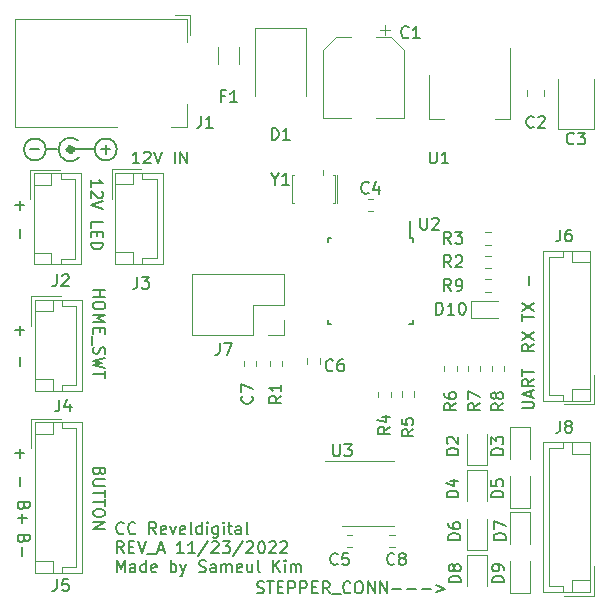
<source format=gbr>
%TF.GenerationSoftware,KiCad,Pcbnew,6.0.8-f2edbf62ab~116~ubuntu20.04.1*%
%TF.CreationDate,2022-11-29T14:24:58-06:00*%
%TF.ProjectId,glasses-display,676c6173-7365-4732-9d64-6973706c6179,rev?*%
%TF.SameCoordinates,Original*%
%TF.FileFunction,Legend,Top*%
%TF.FilePolarity,Positive*%
%FSLAX46Y46*%
G04 Gerber Fmt 4.6, Leading zero omitted, Abs format (unit mm)*
G04 Created by KiCad (PCBNEW 6.0.8-f2edbf62ab~116~ubuntu20.04.1) date 2022-11-29 14:24:58*
%MOMM*%
%LPD*%
G01*
G04 APERTURE LIST*
%ADD10C,0.150000*%
%ADD11C,0.120000*%
%ADD12C,0.500000*%
G04 APERTURE END LIST*
D10*
X51071428Y-94652380D02*
X51023809Y-94795238D01*
X50976190Y-94842857D01*
X50880952Y-94890476D01*
X50738095Y-94890476D01*
X50642857Y-94842857D01*
X50595238Y-94795238D01*
X50547619Y-94700000D01*
X50547619Y-94319047D01*
X51547619Y-94319047D01*
X51547619Y-94652380D01*
X51500000Y-94747619D01*
X51452380Y-94795238D01*
X51357142Y-94842857D01*
X51261904Y-94842857D01*
X51166666Y-94795238D01*
X51119047Y-94747619D01*
X51071428Y-94652380D01*
X51071428Y-94319047D01*
X50928571Y-95319047D02*
X50928571Y-96080952D01*
X50728571Y-66019047D02*
X50728571Y-66780952D01*
X50347619Y-66400000D02*
X51109523Y-66400000D01*
X94252380Y-78166666D02*
X93776190Y-78500000D01*
X94252380Y-78738095D02*
X93252380Y-78738095D01*
X93252380Y-78357142D01*
X93300000Y-78261904D01*
X93347619Y-78214285D01*
X93442857Y-78166666D01*
X93585714Y-78166666D01*
X93680952Y-78214285D01*
X93728571Y-78261904D01*
X93776190Y-78357142D01*
X93776190Y-78738095D01*
X93252380Y-77833333D02*
X94252380Y-77166666D01*
X93252380Y-77166666D02*
X94252380Y-77833333D01*
X50728571Y-79219047D02*
X50728571Y-79980952D01*
X50728571Y-89419047D02*
X50728571Y-90180952D01*
X51619047Y-61671428D02*
X52380952Y-61671428D01*
X57619047Y-61671428D02*
X58380952Y-61671428D01*
X58000000Y-62052380D02*
X58000000Y-61290476D01*
X50728571Y-68419047D02*
X50728571Y-69180952D01*
X57471428Y-88938095D02*
X57423809Y-89080952D01*
X57376190Y-89128571D01*
X57280952Y-89176190D01*
X57138095Y-89176190D01*
X57042857Y-89128571D01*
X56995238Y-89080952D01*
X56947619Y-88985714D01*
X56947619Y-88604761D01*
X57947619Y-88604761D01*
X57947619Y-88938095D01*
X57900000Y-89033333D01*
X57852380Y-89080952D01*
X57757142Y-89128571D01*
X57661904Y-89128571D01*
X57566666Y-89080952D01*
X57519047Y-89033333D01*
X57471428Y-88938095D01*
X57471428Y-88604761D01*
X57947619Y-89604761D02*
X57138095Y-89604761D01*
X57042857Y-89652380D01*
X56995238Y-89700000D01*
X56947619Y-89795238D01*
X56947619Y-89985714D01*
X56995238Y-90080952D01*
X57042857Y-90128571D01*
X57138095Y-90176190D01*
X57947619Y-90176190D01*
X57947619Y-90509523D02*
X57947619Y-91080952D01*
X56947619Y-90795238D02*
X57947619Y-90795238D01*
X57947619Y-91271428D02*
X57947619Y-91842857D01*
X56947619Y-91557142D02*
X57947619Y-91557142D01*
X57947619Y-92366666D02*
X57947619Y-92557142D01*
X57900000Y-92652380D01*
X57804761Y-92747619D01*
X57614285Y-92795238D01*
X57280952Y-92795238D01*
X57090476Y-92747619D01*
X56995238Y-92652380D01*
X56947619Y-92557142D01*
X56947619Y-92366666D01*
X56995238Y-92271428D01*
X57090476Y-92176190D01*
X57280952Y-92128571D01*
X57614285Y-92128571D01*
X57804761Y-92176190D01*
X57900000Y-92271428D01*
X57947619Y-92366666D01*
X56947619Y-93223809D02*
X57947619Y-93223809D01*
X56947619Y-93795238D01*
X57947619Y-93795238D01*
X50728571Y-87019047D02*
X50728571Y-87780952D01*
X50347619Y-87400000D02*
X51109523Y-87400000D01*
X70800000Y-99204761D02*
X70942857Y-99252380D01*
X71180952Y-99252380D01*
X71276190Y-99204761D01*
X71323809Y-99157142D01*
X71371428Y-99061904D01*
X71371428Y-98966666D01*
X71323809Y-98871428D01*
X71276190Y-98823809D01*
X71180952Y-98776190D01*
X70990476Y-98728571D01*
X70895238Y-98680952D01*
X70847619Y-98633333D01*
X70800000Y-98538095D01*
X70800000Y-98442857D01*
X70847619Y-98347619D01*
X70895238Y-98300000D01*
X70990476Y-98252380D01*
X71228571Y-98252380D01*
X71371428Y-98300000D01*
X71657142Y-98252380D02*
X72228571Y-98252380D01*
X71942857Y-99252380D02*
X71942857Y-98252380D01*
X72561904Y-98728571D02*
X72895238Y-98728571D01*
X73038095Y-99252380D02*
X72561904Y-99252380D01*
X72561904Y-98252380D01*
X73038095Y-98252380D01*
X73466666Y-99252380D02*
X73466666Y-98252380D01*
X73847619Y-98252380D01*
X73942857Y-98300000D01*
X73990476Y-98347619D01*
X74038095Y-98442857D01*
X74038095Y-98585714D01*
X73990476Y-98680952D01*
X73942857Y-98728571D01*
X73847619Y-98776190D01*
X73466666Y-98776190D01*
X74466666Y-99252380D02*
X74466666Y-98252380D01*
X74847619Y-98252380D01*
X74942857Y-98300000D01*
X74990476Y-98347619D01*
X75038095Y-98442857D01*
X75038095Y-98585714D01*
X74990476Y-98680952D01*
X74942857Y-98728571D01*
X74847619Y-98776190D01*
X74466666Y-98776190D01*
X75466666Y-98728571D02*
X75800000Y-98728571D01*
X75942857Y-99252380D02*
X75466666Y-99252380D01*
X75466666Y-98252380D01*
X75942857Y-98252380D01*
X76942857Y-99252380D02*
X76609523Y-98776190D01*
X76371428Y-99252380D02*
X76371428Y-98252380D01*
X76752380Y-98252380D01*
X76847619Y-98300000D01*
X76895238Y-98347619D01*
X76942857Y-98442857D01*
X76942857Y-98585714D01*
X76895238Y-98680952D01*
X76847619Y-98728571D01*
X76752380Y-98776190D01*
X76371428Y-98776190D01*
X77133333Y-99347619D02*
X77895238Y-99347619D01*
X78704761Y-99157142D02*
X78657142Y-99204761D01*
X78514285Y-99252380D01*
X78419047Y-99252380D01*
X78276190Y-99204761D01*
X78180952Y-99109523D01*
X78133333Y-99014285D01*
X78085714Y-98823809D01*
X78085714Y-98680952D01*
X78133333Y-98490476D01*
X78180952Y-98395238D01*
X78276190Y-98300000D01*
X78419047Y-98252380D01*
X78514285Y-98252380D01*
X78657142Y-98300000D01*
X78704761Y-98347619D01*
X79323809Y-98252380D02*
X79514285Y-98252380D01*
X79609523Y-98300000D01*
X79704761Y-98395238D01*
X79752380Y-98585714D01*
X79752380Y-98919047D01*
X79704761Y-99109523D01*
X79609523Y-99204761D01*
X79514285Y-99252380D01*
X79323809Y-99252380D01*
X79228571Y-99204761D01*
X79133333Y-99109523D01*
X79085714Y-98919047D01*
X79085714Y-98585714D01*
X79133333Y-98395238D01*
X79228571Y-98300000D01*
X79323809Y-98252380D01*
X80180952Y-99252380D02*
X80180952Y-98252380D01*
X80752380Y-99252380D01*
X80752380Y-98252380D01*
X81228571Y-99252380D02*
X81228571Y-98252380D01*
X81800000Y-99252380D01*
X81800000Y-98252380D01*
X82276190Y-98871428D02*
X83038095Y-98871428D01*
X83514285Y-98871428D02*
X84276190Y-98871428D01*
X84752380Y-98871428D02*
X85514285Y-98871428D01*
X85990476Y-98585714D02*
X86752380Y-98871428D01*
X85990476Y-99157142D01*
X93252380Y-76161904D02*
X93252380Y-75590476D01*
X94252380Y-75876190D02*
X93252380Y-75876190D01*
X93252380Y-75352380D02*
X94252380Y-74685714D01*
X93252380Y-74685714D02*
X94252380Y-75352380D01*
X51071428Y-91852380D02*
X51023809Y-91995238D01*
X50976190Y-92042857D01*
X50880952Y-92090476D01*
X50738095Y-92090476D01*
X50642857Y-92042857D01*
X50595238Y-91995238D01*
X50547619Y-91900000D01*
X50547619Y-91519047D01*
X51547619Y-91519047D01*
X51547619Y-91852380D01*
X51500000Y-91947619D01*
X51452380Y-91995238D01*
X51357142Y-92042857D01*
X51261904Y-92042857D01*
X51166666Y-91995238D01*
X51119047Y-91947619D01*
X51071428Y-91852380D01*
X51071428Y-91519047D01*
X50928571Y-92519047D02*
X50928571Y-93280952D01*
X50547619Y-92900000D02*
X51309523Y-92900000D01*
X93871428Y-73180952D02*
X93871428Y-72419047D01*
X93252380Y-83595238D02*
X94061904Y-83595238D01*
X94157142Y-83547619D01*
X94204761Y-83500000D01*
X94252380Y-83404761D01*
X94252380Y-83214285D01*
X94204761Y-83119047D01*
X94157142Y-83071428D01*
X94061904Y-83023809D01*
X93252380Y-83023809D01*
X93966666Y-82595238D02*
X93966666Y-82119047D01*
X94252380Y-82690476D02*
X93252380Y-82357142D01*
X94252380Y-82023809D01*
X94252380Y-81119047D02*
X93776190Y-81452380D01*
X94252380Y-81690476D02*
X93252380Y-81690476D01*
X93252380Y-81309523D01*
X93300000Y-81214285D01*
X93347619Y-81166666D01*
X93442857Y-81119047D01*
X93585714Y-81119047D01*
X93680952Y-81166666D01*
X93728571Y-81214285D01*
X93776190Y-81309523D01*
X93776190Y-81690476D01*
X93252380Y-80833333D02*
X93252380Y-80261904D01*
X94252380Y-80547619D02*
X93252380Y-80547619D01*
X56747619Y-64842857D02*
X56747619Y-64271428D01*
X56747619Y-64557142D02*
X57747619Y-64557142D01*
X57604761Y-64461904D01*
X57509523Y-64366666D01*
X57461904Y-64271428D01*
X57652380Y-65223809D02*
X57700000Y-65271428D01*
X57747619Y-65366666D01*
X57747619Y-65604761D01*
X57700000Y-65700000D01*
X57652380Y-65747619D01*
X57557142Y-65795238D01*
X57461904Y-65795238D01*
X57319047Y-65747619D01*
X56747619Y-65176190D01*
X56747619Y-65795238D01*
X57747619Y-66080952D02*
X56747619Y-66414285D01*
X57747619Y-66747619D01*
X56747619Y-68319047D02*
X56747619Y-67842857D01*
X57747619Y-67842857D01*
X57271428Y-68652380D02*
X57271428Y-68985714D01*
X56747619Y-69128571D02*
X56747619Y-68652380D01*
X57747619Y-68652380D01*
X57747619Y-69128571D01*
X56747619Y-69557142D02*
X57747619Y-69557142D01*
X57747619Y-69795238D01*
X57700000Y-69938095D01*
X57604761Y-70033333D01*
X57509523Y-70080952D01*
X57319047Y-70128571D01*
X57176190Y-70128571D01*
X56985714Y-70080952D01*
X56890476Y-70033333D01*
X56795238Y-69938095D01*
X56747619Y-69795238D01*
X56747619Y-69557142D01*
X56947619Y-73557142D02*
X57947619Y-73557142D01*
X57471428Y-73557142D02*
X57471428Y-74128571D01*
X56947619Y-74128571D02*
X57947619Y-74128571D01*
X57947619Y-74795238D02*
X57947619Y-74985714D01*
X57900000Y-75080952D01*
X57804761Y-75176190D01*
X57614285Y-75223809D01*
X57280952Y-75223809D01*
X57090476Y-75176190D01*
X56995238Y-75080952D01*
X56947619Y-74985714D01*
X56947619Y-74795238D01*
X56995238Y-74700000D01*
X57090476Y-74604761D01*
X57280952Y-74557142D01*
X57614285Y-74557142D01*
X57804761Y-74604761D01*
X57900000Y-74700000D01*
X57947619Y-74795238D01*
X56947619Y-75652380D02*
X57947619Y-75652380D01*
X57233333Y-75985714D01*
X57947619Y-76319047D01*
X56947619Y-76319047D01*
X57471428Y-76795238D02*
X57471428Y-77128571D01*
X56947619Y-77271428D02*
X56947619Y-76795238D01*
X57947619Y-76795238D01*
X57947619Y-77271428D01*
X56852380Y-77461904D02*
X56852380Y-78223809D01*
X56995238Y-78414285D02*
X56947619Y-78557142D01*
X56947619Y-78795238D01*
X56995238Y-78890476D01*
X57042857Y-78938095D01*
X57138095Y-78985714D01*
X57233333Y-78985714D01*
X57328571Y-78938095D01*
X57376190Y-78890476D01*
X57423809Y-78795238D01*
X57471428Y-78604761D01*
X57519047Y-78509523D01*
X57566666Y-78461904D01*
X57661904Y-78414285D01*
X57757142Y-78414285D01*
X57852380Y-78461904D01*
X57900000Y-78509523D01*
X57947619Y-78604761D01*
X57947619Y-78842857D01*
X57900000Y-78985714D01*
X57947619Y-79319047D02*
X56947619Y-79557142D01*
X57661904Y-79747619D01*
X56947619Y-79938095D01*
X57947619Y-80176190D01*
X57947619Y-80414285D02*
X57947619Y-80985714D01*
X56947619Y-80700000D02*
X57947619Y-80700000D01*
X59507023Y-94147142D02*
X59459404Y-94194761D01*
X59316547Y-94242380D01*
X59221309Y-94242380D01*
X59078452Y-94194761D01*
X58983214Y-94099523D01*
X58935595Y-94004285D01*
X58887976Y-93813809D01*
X58887976Y-93670952D01*
X58935595Y-93480476D01*
X58983214Y-93385238D01*
X59078452Y-93290000D01*
X59221309Y-93242380D01*
X59316547Y-93242380D01*
X59459404Y-93290000D01*
X59507023Y-93337619D01*
X60507023Y-94147142D02*
X60459404Y-94194761D01*
X60316547Y-94242380D01*
X60221309Y-94242380D01*
X60078452Y-94194761D01*
X59983214Y-94099523D01*
X59935595Y-94004285D01*
X59887976Y-93813809D01*
X59887976Y-93670952D01*
X59935595Y-93480476D01*
X59983214Y-93385238D01*
X60078452Y-93290000D01*
X60221309Y-93242380D01*
X60316547Y-93242380D01*
X60459404Y-93290000D01*
X60507023Y-93337619D01*
X62268928Y-94242380D02*
X61935595Y-93766190D01*
X61697500Y-94242380D02*
X61697500Y-93242380D01*
X62078452Y-93242380D01*
X62173690Y-93290000D01*
X62221309Y-93337619D01*
X62268928Y-93432857D01*
X62268928Y-93575714D01*
X62221309Y-93670952D01*
X62173690Y-93718571D01*
X62078452Y-93766190D01*
X61697500Y-93766190D01*
X63078452Y-94194761D02*
X62983214Y-94242380D01*
X62792738Y-94242380D01*
X62697500Y-94194761D01*
X62649880Y-94099523D01*
X62649880Y-93718571D01*
X62697500Y-93623333D01*
X62792738Y-93575714D01*
X62983214Y-93575714D01*
X63078452Y-93623333D01*
X63126071Y-93718571D01*
X63126071Y-93813809D01*
X62649880Y-93909047D01*
X63459404Y-93575714D02*
X63697500Y-94242380D01*
X63935595Y-93575714D01*
X64697500Y-94194761D02*
X64602261Y-94242380D01*
X64411785Y-94242380D01*
X64316547Y-94194761D01*
X64268928Y-94099523D01*
X64268928Y-93718571D01*
X64316547Y-93623333D01*
X64411785Y-93575714D01*
X64602261Y-93575714D01*
X64697500Y-93623333D01*
X64745119Y-93718571D01*
X64745119Y-93813809D01*
X64268928Y-93909047D01*
X65316547Y-94242380D02*
X65221309Y-94194761D01*
X65173690Y-94099523D01*
X65173690Y-93242380D01*
X66126071Y-94242380D02*
X66126071Y-93242380D01*
X66126071Y-94194761D02*
X66030833Y-94242380D01*
X65840357Y-94242380D01*
X65745119Y-94194761D01*
X65697500Y-94147142D01*
X65649880Y-94051904D01*
X65649880Y-93766190D01*
X65697500Y-93670952D01*
X65745119Y-93623333D01*
X65840357Y-93575714D01*
X66030833Y-93575714D01*
X66126071Y-93623333D01*
X66602261Y-94242380D02*
X66602261Y-93575714D01*
X66602261Y-93242380D02*
X66554642Y-93290000D01*
X66602261Y-93337619D01*
X66649880Y-93290000D01*
X66602261Y-93242380D01*
X66602261Y-93337619D01*
X67507023Y-93575714D02*
X67507023Y-94385238D01*
X67459404Y-94480476D01*
X67411785Y-94528095D01*
X67316547Y-94575714D01*
X67173690Y-94575714D01*
X67078452Y-94528095D01*
X67507023Y-94194761D02*
X67411785Y-94242380D01*
X67221309Y-94242380D01*
X67126071Y-94194761D01*
X67078452Y-94147142D01*
X67030833Y-94051904D01*
X67030833Y-93766190D01*
X67078452Y-93670952D01*
X67126071Y-93623333D01*
X67221309Y-93575714D01*
X67411785Y-93575714D01*
X67507023Y-93623333D01*
X67983214Y-94242380D02*
X67983214Y-93575714D01*
X67983214Y-93242380D02*
X67935595Y-93290000D01*
X67983214Y-93337619D01*
X68030833Y-93290000D01*
X67983214Y-93242380D01*
X67983214Y-93337619D01*
X68316547Y-93575714D02*
X68697500Y-93575714D01*
X68459404Y-93242380D02*
X68459404Y-94099523D01*
X68507023Y-94194761D01*
X68602261Y-94242380D01*
X68697500Y-94242380D01*
X69459404Y-94242380D02*
X69459404Y-93718571D01*
X69411785Y-93623333D01*
X69316547Y-93575714D01*
X69126071Y-93575714D01*
X69030833Y-93623333D01*
X69459404Y-94194761D02*
X69364166Y-94242380D01*
X69126071Y-94242380D01*
X69030833Y-94194761D01*
X68983214Y-94099523D01*
X68983214Y-94004285D01*
X69030833Y-93909047D01*
X69126071Y-93861428D01*
X69364166Y-93861428D01*
X69459404Y-93813809D01*
X70078452Y-94242380D02*
X69983214Y-94194761D01*
X69935595Y-94099523D01*
X69935595Y-93242380D01*
X59507023Y-95852380D02*
X59173690Y-95376190D01*
X58935595Y-95852380D02*
X58935595Y-94852380D01*
X59316547Y-94852380D01*
X59411785Y-94900000D01*
X59459404Y-94947619D01*
X59507023Y-95042857D01*
X59507023Y-95185714D01*
X59459404Y-95280952D01*
X59411785Y-95328571D01*
X59316547Y-95376190D01*
X58935595Y-95376190D01*
X59935595Y-95328571D02*
X60268928Y-95328571D01*
X60411785Y-95852380D02*
X59935595Y-95852380D01*
X59935595Y-94852380D01*
X60411785Y-94852380D01*
X60697500Y-94852380D02*
X61030833Y-95852380D01*
X61364166Y-94852380D01*
X61459404Y-95947619D02*
X62221309Y-95947619D01*
X62411785Y-95566666D02*
X62887976Y-95566666D01*
X62316547Y-95852380D02*
X62649880Y-94852380D01*
X62983214Y-95852380D01*
X64602261Y-95852380D02*
X64030833Y-95852380D01*
X64316547Y-95852380D02*
X64316547Y-94852380D01*
X64221309Y-94995238D01*
X64126071Y-95090476D01*
X64030833Y-95138095D01*
X65554642Y-95852380D02*
X64983214Y-95852380D01*
X65268928Y-95852380D02*
X65268928Y-94852380D01*
X65173690Y-94995238D01*
X65078452Y-95090476D01*
X64983214Y-95138095D01*
X66697500Y-94804761D02*
X65840357Y-96090476D01*
X66983214Y-94947619D02*
X67030833Y-94900000D01*
X67126071Y-94852380D01*
X67364166Y-94852380D01*
X67459404Y-94900000D01*
X67507023Y-94947619D01*
X67554642Y-95042857D01*
X67554642Y-95138095D01*
X67507023Y-95280952D01*
X66935595Y-95852380D01*
X67554642Y-95852380D01*
X67887976Y-94852380D02*
X68507023Y-94852380D01*
X68173690Y-95233333D01*
X68316547Y-95233333D01*
X68411785Y-95280952D01*
X68459404Y-95328571D01*
X68507023Y-95423809D01*
X68507023Y-95661904D01*
X68459404Y-95757142D01*
X68411785Y-95804761D01*
X68316547Y-95852380D01*
X68030833Y-95852380D01*
X67935595Y-95804761D01*
X67887976Y-95757142D01*
X69649880Y-94804761D02*
X68792738Y-96090476D01*
X69935595Y-94947619D02*
X69983214Y-94900000D01*
X70078452Y-94852380D01*
X70316547Y-94852380D01*
X70411785Y-94900000D01*
X70459404Y-94947619D01*
X70507023Y-95042857D01*
X70507023Y-95138095D01*
X70459404Y-95280952D01*
X69887976Y-95852380D01*
X70507023Y-95852380D01*
X71126071Y-94852380D02*
X71221309Y-94852380D01*
X71316547Y-94900000D01*
X71364166Y-94947619D01*
X71411785Y-95042857D01*
X71459404Y-95233333D01*
X71459404Y-95471428D01*
X71411785Y-95661904D01*
X71364166Y-95757142D01*
X71316547Y-95804761D01*
X71221309Y-95852380D01*
X71126071Y-95852380D01*
X71030833Y-95804761D01*
X70983214Y-95757142D01*
X70935595Y-95661904D01*
X70887976Y-95471428D01*
X70887976Y-95233333D01*
X70935595Y-95042857D01*
X70983214Y-94947619D01*
X71030833Y-94900000D01*
X71126071Y-94852380D01*
X71840357Y-94947619D02*
X71887976Y-94900000D01*
X71983214Y-94852380D01*
X72221309Y-94852380D01*
X72316547Y-94900000D01*
X72364166Y-94947619D01*
X72411785Y-95042857D01*
X72411785Y-95138095D01*
X72364166Y-95280952D01*
X71792738Y-95852380D01*
X72411785Y-95852380D01*
X72792738Y-94947619D02*
X72840357Y-94900000D01*
X72935595Y-94852380D01*
X73173690Y-94852380D01*
X73268928Y-94900000D01*
X73316547Y-94947619D01*
X73364166Y-95042857D01*
X73364166Y-95138095D01*
X73316547Y-95280952D01*
X72745119Y-95852380D01*
X73364166Y-95852380D01*
X58935595Y-97462380D02*
X58935595Y-96462380D01*
X59268928Y-97176666D01*
X59602261Y-96462380D01*
X59602261Y-97462380D01*
X60507023Y-97462380D02*
X60507023Y-96938571D01*
X60459404Y-96843333D01*
X60364166Y-96795714D01*
X60173690Y-96795714D01*
X60078452Y-96843333D01*
X60507023Y-97414761D02*
X60411785Y-97462380D01*
X60173690Y-97462380D01*
X60078452Y-97414761D01*
X60030833Y-97319523D01*
X60030833Y-97224285D01*
X60078452Y-97129047D01*
X60173690Y-97081428D01*
X60411785Y-97081428D01*
X60507023Y-97033809D01*
X61411785Y-97462380D02*
X61411785Y-96462380D01*
X61411785Y-97414761D02*
X61316547Y-97462380D01*
X61126071Y-97462380D01*
X61030833Y-97414761D01*
X60983214Y-97367142D01*
X60935595Y-97271904D01*
X60935595Y-96986190D01*
X60983214Y-96890952D01*
X61030833Y-96843333D01*
X61126071Y-96795714D01*
X61316547Y-96795714D01*
X61411785Y-96843333D01*
X62268928Y-97414761D02*
X62173690Y-97462380D01*
X61983214Y-97462380D01*
X61887976Y-97414761D01*
X61840357Y-97319523D01*
X61840357Y-96938571D01*
X61887976Y-96843333D01*
X61983214Y-96795714D01*
X62173690Y-96795714D01*
X62268928Y-96843333D01*
X62316547Y-96938571D01*
X62316547Y-97033809D01*
X61840357Y-97129047D01*
X63507023Y-97462380D02*
X63507023Y-96462380D01*
X63507023Y-96843333D02*
X63602261Y-96795714D01*
X63792738Y-96795714D01*
X63887976Y-96843333D01*
X63935595Y-96890952D01*
X63983214Y-96986190D01*
X63983214Y-97271904D01*
X63935595Y-97367142D01*
X63887976Y-97414761D01*
X63792738Y-97462380D01*
X63602261Y-97462380D01*
X63507023Y-97414761D01*
X64316547Y-96795714D02*
X64554642Y-97462380D01*
X64792738Y-96795714D02*
X64554642Y-97462380D01*
X64459404Y-97700476D01*
X64411785Y-97748095D01*
X64316547Y-97795714D01*
X65887976Y-97414761D02*
X66030833Y-97462380D01*
X66268928Y-97462380D01*
X66364166Y-97414761D01*
X66411785Y-97367142D01*
X66459404Y-97271904D01*
X66459404Y-97176666D01*
X66411785Y-97081428D01*
X66364166Y-97033809D01*
X66268928Y-96986190D01*
X66078452Y-96938571D01*
X65983214Y-96890952D01*
X65935595Y-96843333D01*
X65887976Y-96748095D01*
X65887976Y-96652857D01*
X65935595Y-96557619D01*
X65983214Y-96510000D01*
X66078452Y-96462380D01*
X66316547Y-96462380D01*
X66459404Y-96510000D01*
X67316547Y-97462380D02*
X67316547Y-96938571D01*
X67268928Y-96843333D01*
X67173690Y-96795714D01*
X66983214Y-96795714D01*
X66887976Y-96843333D01*
X67316547Y-97414761D02*
X67221309Y-97462380D01*
X66983214Y-97462380D01*
X66887976Y-97414761D01*
X66840357Y-97319523D01*
X66840357Y-97224285D01*
X66887976Y-97129047D01*
X66983214Y-97081428D01*
X67221309Y-97081428D01*
X67316547Y-97033809D01*
X67792738Y-97462380D02*
X67792738Y-96795714D01*
X67792738Y-96890952D02*
X67840357Y-96843333D01*
X67935595Y-96795714D01*
X68078452Y-96795714D01*
X68173690Y-96843333D01*
X68221309Y-96938571D01*
X68221309Y-97462380D01*
X68221309Y-96938571D02*
X68268928Y-96843333D01*
X68364166Y-96795714D01*
X68507023Y-96795714D01*
X68602261Y-96843333D01*
X68649880Y-96938571D01*
X68649880Y-97462380D01*
X69507023Y-97414761D02*
X69411785Y-97462380D01*
X69221309Y-97462380D01*
X69126071Y-97414761D01*
X69078452Y-97319523D01*
X69078452Y-96938571D01*
X69126071Y-96843333D01*
X69221309Y-96795714D01*
X69411785Y-96795714D01*
X69507023Y-96843333D01*
X69554642Y-96938571D01*
X69554642Y-97033809D01*
X69078452Y-97129047D01*
X70411785Y-96795714D02*
X70411785Y-97462380D01*
X69983214Y-96795714D02*
X69983214Y-97319523D01*
X70030833Y-97414761D01*
X70126071Y-97462380D01*
X70268928Y-97462380D01*
X70364166Y-97414761D01*
X70411785Y-97367142D01*
X71030833Y-97462380D02*
X70935595Y-97414761D01*
X70887976Y-97319523D01*
X70887976Y-96462380D01*
X72173690Y-97462380D02*
X72173690Y-96462380D01*
X72745119Y-97462380D02*
X72316547Y-96890952D01*
X72745119Y-96462380D02*
X72173690Y-97033809D01*
X73173690Y-97462380D02*
X73173690Y-96795714D01*
X73173690Y-96462380D02*
X73126071Y-96510000D01*
X73173690Y-96557619D01*
X73221309Y-96510000D01*
X73173690Y-96462380D01*
X73173690Y-96557619D01*
X73649880Y-97462380D02*
X73649880Y-96795714D01*
X73649880Y-96890952D02*
X73697500Y-96843333D01*
X73792738Y-96795714D01*
X73935595Y-96795714D01*
X74030833Y-96843333D01*
X74078452Y-96938571D01*
X74078452Y-97462380D01*
X74078452Y-96938571D02*
X74126071Y-96843333D01*
X74221309Y-96795714D01*
X74364166Y-96795714D01*
X74459404Y-96843333D01*
X74507023Y-96938571D01*
X74507023Y-97462380D01*
X50728571Y-76619047D02*
X50728571Y-77380952D01*
X50347619Y-77000000D02*
X51109523Y-77000000D01*
X60838095Y-62852380D02*
X60266666Y-62852380D01*
X60552380Y-62852380D02*
X60552380Y-61852380D01*
X60457142Y-61995238D01*
X60361904Y-62090476D01*
X60266666Y-62138095D01*
X61219047Y-61947619D02*
X61266666Y-61900000D01*
X61361904Y-61852380D01*
X61600000Y-61852380D01*
X61695238Y-61900000D01*
X61742857Y-61947619D01*
X61790476Y-62042857D01*
X61790476Y-62138095D01*
X61742857Y-62280952D01*
X61171428Y-62852380D01*
X61790476Y-62852380D01*
X62076190Y-61852380D02*
X62409523Y-62852380D01*
X62742857Y-61852380D01*
X63838095Y-62852380D02*
X63838095Y-61852380D01*
X64314285Y-62852380D02*
X64314285Y-61852380D01*
X64885714Y-62852380D01*
X64885714Y-61852380D01*
%TO.C,R1*%
X72852380Y-82541666D02*
X72376190Y-82875000D01*
X72852380Y-83113095D02*
X71852380Y-83113095D01*
X71852380Y-82732142D01*
X71900000Y-82636904D01*
X71947619Y-82589285D01*
X72042857Y-82541666D01*
X72185714Y-82541666D01*
X72280952Y-82589285D01*
X72328571Y-82636904D01*
X72376190Y-82732142D01*
X72376190Y-83113095D01*
X72852380Y-81589285D02*
X72852380Y-82160714D01*
X72852380Y-81875000D02*
X71852380Y-81875000D01*
X71995238Y-81970238D01*
X72090476Y-82065476D01*
X72138095Y-82160714D01*
%TO.C,C7*%
X70357142Y-82566666D02*
X70404761Y-82614285D01*
X70452380Y-82757142D01*
X70452380Y-82852380D01*
X70404761Y-82995238D01*
X70309523Y-83090476D01*
X70214285Y-83138095D01*
X70023809Y-83185714D01*
X69880952Y-83185714D01*
X69690476Y-83138095D01*
X69595238Y-83090476D01*
X69500000Y-82995238D01*
X69452380Y-82852380D01*
X69452380Y-82757142D01*
X69500000Y-82614285D01*
X69547619Y-82566666D01*
X69452380Y-82233333D02*
X69452380Y-81566666D01*
X70452380Y-81995238D01*
%TO.C,U1*%
X85438095Y-61852380D02*
X85438095Y-62661904D01*
X85485714Y-62757142D01*
X85533333Y-62804761D01*
X85628571Y-62852380D01*
X85819047Y-62852380D01*
X85914285Y-62804761D01*
X85961904Y-62757142D01*
X86009523Y-62661904D01*
X86009523Y-61852380D01*
X87009523Y-62852380D02*
X86438095Y-62852380D01*
X86723809Y-62852380D02*
X86723809Y-61852380D01*
X86628571Y-61995238D01*
X86533333Y-62090476D01*
X86438095Y-62138095D01*
%TO.C,J6*%
X96466666Y-68452380D02*
X96466666Y-69166666D01*
X96419047Y-69309523D01*
X96323809Y-69404761D01*
X96180952Y-69452380D01*
X96085714Y-69452380D01*
X97371428Y-68452380D02*
X97180952Y-68452380D01*
X97085714Y-68500000D01*
X97038095Y-68547619D01*
X96942857Y-68690476D01*
X96895238Y-68880952D01*
X96895238Y-69261904D01*
X96942857Y-69357142D01*
X96990476Y-69404761D01*
X97085714Y-69452380D01*
X97276190Y-69452380D01*
X97371428Y-69404761D01*
X97419047Y-69357142D01*
X97466666Y-69261904D01*
X97466666Y-69023809D01*
X97419047Y-68928571D01*
X97371428Y-68880952D01*
X97276190Y-68833333D01*
X97085714Y-68833333D01*
X96990476Y-68880952D01*
X96942857Y-68928571D01*
X96895238Y-69023809D01*
%TO.C,J7*%
X67666666Y-78052380D02*
X67666666Y-78766666D01*
X67619047Y-78909523D01*
X67523809Y-79004761D01*
X67380952Y-79052380D01*
X67285714Y-79052380D01*
X68047619Y-78052380D02*
X68714285Y-78052380D01*
X68285714Y-79052380D01*
%TO.C,D4*%
X87852380Y-91138095D02*
X86852380Y-91138095D01*
X86852380Y-90900000D01*
X86900000Y-90757142D01*
X86995238Y-90661904D01*
X87090476Y-90614285D01*
X87280952Y-90566666D01*
X87423809Y-90566666D01*
X87614285Y-90614285D01*
X87709523Y-90661904D01*
X87804761Y-90757142D01*
X87852380Y-90900000D01*
X87852380Y-91138095D01*
X87185714Y-89709523D02*
X87852380Y-89709523D01*
X86804761Y-89947619D02*
X87519047Y-90185714D01*
X87519047Y-89566666D01*
%TO.C,J2*%
X53866666Y-72252380D02*
X53866666Y-72966666D01*
X53819047Y-73109523D01*
X53723809Y-73204761D01*
X53580952Y-73252380D01*
X53485714Y-73252380D01*
X54295238Y-72347619D02*
X54342857Y-72300000D01*
X54438095Y-72252380D01*
X54676190Y-72252380D01*
X54771428Y-72300000D01*
X54819047Y-72347619D01*
X54866666Y-72442857D01*
X54866666Y-72538095D01*
X54819047Y-72680952D01*
X54247619Y-73252380D01*
X54866666Y-73252380D01*
%TO.C,R6*%
X87652380Y-83166666D02*
X87176190Y-83500000D01*
X87652380Y-83738095D02*
X86652380Y-83738095D01*
X86652380Y-83357142D01*
X86700000Y-83261904D01*
X86747619Y-83214285D01*
X86842857Y-83166666D01*
X86985714Y-83166666D01*
X87080952Y-83214285D01*
X87128571Y-83261904D01*
X87176190Y-83357142D01*
X87176190Y-83738095D01*
X86652380Y-82309523D02*
X86652380Y-82500000D01*
X86700000Y-82595238D01*
X86747619Y-82642857D01*
X86890476Y-82738095D01*
X87080952Y-82785714D01*
X87461904Y-82785714D01*
X87557142Y-82738095D01*
X87604761Y-82690476D01*
X87652380Y-82595238D01*
X87652380Y-82404761D01*
X87604761Y-82309523D01*
X87557142Y-82261904D01*
X87461904Y-82214285D01*
X87223809Y-82214285D01*
X87128571Y-82261904D01*
X87080952Y-82309523D01*
X87033333Y-82404761D01*
X87033333Y-82595238D01*
X87080952Y-82690476D01*
X87128571Y-82738095D01*
X87223809Y-82785714D01*
%TO.C,C2*%
X94233333Y-59757142D02*
X94185714Y-59804761D01*
X94042857Y-59852380D01*
X93947619Y-59852380D01*
X93804761Y-59804761D01*
X93709523Y-59709523D01*
X93661904Y-59614285D01*
X93614285Y-59423809D01*
X93614285Y-59280952D01*
X93661904Y-59090476D01*
X93709523Y-58995238D01*
X93804761Y-58900000D01*
X93947619Y-58852380D01*
X94042857Y-58852380D01*
X94185714Y-58900000D01*
X94233333Y-58947619D01*
X94614285Y-58947619D02*
X94661904Y-58900000D01*
X94757142Y-58852380D01*
X94995238Y-58852380D01*
X95090476Y-58900000D01*
X95138095Y-58947619D01*
X95185714Y-59042857D01*
X95185714Y-59138095D01*
X95138095Y-59280952D01*
X94566666Y-59852380D01*
X95185714Y-59852380D01*
%TO.C,C1*%
X83633333Y-52157142D02*
X83585714Y-52204761D01*
X83442857Y-52252380D01*
X83347619Y-52252380D01*
X83204761Y-52204761D01*
X83109523Y-52109523D01*
X83061904Y-52014285D01*
X83014285Y-51823809D01*
X83014285Y-51680952D01*
X83061904Y-51490476D01*
X83109523Y-51395238D01*
X83204761Y-51300000D01*
X83347619Y-51252380D01*
X83442857Y-51252380D01*
X83585714Y-51300000D01*
X83633333Y-51347619D01*
X84585714Y-52252380D02*
X84014285Y-52252380D01*
X84300000Y-52252380D02*
X84300000Y-51252380D01*
X84204761Y-51395238D01*
X84109523Y-51490476D01*
X84014285Y-51538095D01*
%TO.C,C3*%
X97633333Y-61157142D02*
X97585714Y-61204761D01*
X97442857Y-61252380D01*
X97347619Y-61252380D01*
X97204761Y-61204761D01*
X97109523Y-61109523D01*
X97061904Y-61014285D01*
X97014285Y-60823809D01*
X97014285Y-60680952D01*
X97061904Y-60490476D01*
X97109523Y-60395238D01*
X97204761Y-60300000D01*
X97347619Y-60252380D01*
X97442857Y-60252380D01*
X97585714Y-60300000D01*
X97633333Y-60347619D01*
X97966666Y-60252380D02*
X98585714Y-60252380D01*
X98252380Y-60633333D01*
X98395238Y-60633333D01*
X98490476Y-60680952D01*
X98538095Y-60728571D01*
X98585714Y-60823809D01*
X98585714Y-61061904D01*
X98538095Y-61157142D01*
X98490476Y-61204761D01*
X98395238Y-61252380D01*
X98109523Y-61252380D01*
X98014285Y-61204761D01*
X97966666Y-61157142D01*
%TO.C,U2*%
X84638095Y-67452380D02*
X84638095Y-68261904D01*
X84685714Y-68357142D01*
X84733333Y-68404761D01*
X84828571Y-68452380D01*
X85019047Y-68452380D01*
X85114285Y-68404761D01*
X85161904Y-68357142D01*
X85209523Y-68261904D01*
X85209523Y-67452380D01*
X85638095Y-67547619D02*
X85685714Y-67500000D01*
X85780952Y-67452380D01*
X86019047Y-67452380D01*
X86114285Y-67500000D01*
X86161904Y-67547619D01*
X86209523Y-67642857D01*
X86209523Y-67738095D01*
X86161904Y-67880952D01*
X85590476Y-68452380D01*
X86209523Y-68452380D01*
%TO.C,R9*%
X87233333Y-73652380D02*
X86900000Y-73176190D01*
X86661904Y-73652380D02*
X86661904Y-72652380D01*
X87042857Y-72652380D01*
X87138095Y-72700000D01*
X87185714Y-72747619D01*
X87233333Y-72842857D01*
X87233333Y-72985714D01*
X87185714Y-73080952D01*
X87138095Y-73128571D01*
X87042857Y-73176190D01*
X86661904Y-73176190D01*
X87709523Y-73652380D02*
X87900000Y-73652380D01*
X87995238Y-73604761D01*
X88042857Y-73557142D01*
X88138095Y-73414285D01*
X88185714Y-73223809D01*
X88185714Y-72842857D01*
X88138095Y-72747619D01*
X88090476Y-72700000D01*
X87995238Y-72652380D01*
X87804761Y-72652380D01*
X87709523Y-72700000D01*
X87661904Y-72747619D01*
X87614285Y-72842857D01*
X87614285Y-73080952D01*
X87661904Y-73176190D01*
X87709523Y-73223809D01*
X87804761Y-73271428D01*
X87995238Y-73271428D01*
X88090476Y-73223809D01*
X88138095Y-73176190D01*
X88185714Y-73080952D01*
%TO.C,J4*%
X54066666Y-82852380D02*
X54066666Y-83566666D01*
X54019047Y-83709523D01*
X53923809Y-83804761D01*
X53780952Y-83852380D01*
X53685714Y-83852380D01*
X54971428Y-83185714D02*
X54971428Y-83852380D01*
X54733333Y-82804761D02*
X54495238Y-83519047D01*
X55114285Y-83519047D01*
%TO.C,D7*%
X91852380Y-94738095D02*
X90852380Y-94738095D01*
X90852380Y-94500000D01*
X90900000Y-94357142D01*
X90995238Y-94261904D01*
X91090476Y-94214285D01*
X91280952Y-94166666D01*
X91423809Y-94166666D01*
X91614285Y-94214285D01*
X91709523Y-94261904D01*
X91804761Y-94357142D01*
X91852380Y-94500000D01*
X91852380Y-94738095D01*
X90852380Y-93833333D02*
X90852380Y-93166666D01*
X91852380Y-93595238D01*
%TO.C,D8*%
X88052380Y-98338095D02*
X87052380Y-98338095D01*
X87052380Y-98100000D01*
X87100000Y-97957142D01*
X87195238Y-97861904D01*
X87290476Y-97814285D01*
X87480952Y-97766666D01*
X87623809Y-97766666D01*
X87814285Y-97814285D01*
X87909523Y-97861904D01*
X88004761Y-97957142D01*
X88052380Y-98100000D01*
X88052380Y-98338095D01*
X87480952Y-97195238D02*
X87433333Y-97290476D01*
X87385714Y-97338095D01*
X87290476Y-97385714D01*
X87242857Y-97385714D01*
X87147619Y-97338095D01*
X87100000Y-97290476D01*
X87052380Y-97195238D01*
X87052380Y-97004761D01*
X87100000Y-96909523D01*
X87147619Y-96861904D01*
X87242857Y-96814285D01*
X87290476Y-96814285D01*
X87385714Y-96861904D01*
X87433333Y-96909523D01*
X87480952Y-97004761D01*
X87480952Y-97195238D01*
X87528571Y-97290476D01*
X87576190Y-97338095D01*
X87671428Y-97385714D01*
X87861904Y-97385714D01*
X87957142Y-97338095D01*
X88004761Y-97290476D01*
X88052380Y-97195238D01*
X88052380Y-97004761D01*
X88004761Y-96909523D01*
X87957142Y-96861904D01*
X87861904Y-96814285D01*
X87671428Y-96814285D01*
X87576190Y-96861904D01*
X87528571Y-96909523D01*
X87480952Y-97004761D01*
%TO.C,J8*%
X96466666Y-84652380D02*
X96466666Y-85366666D01*
X96419047Y-85509523D01*
X96323809Y-85604761D01*
X96180952Y-85652380D01*
X96085714Y-85652380D01*
X97085714Y-85080952D02*
X96990476Y-85033333D01*
X96942857Y-84985714D01*
X96895238Y-84890476D01*
X96895238Y-84842857D01*
X96942857Y-84747619D01*
X96990476Y-84700000D01*
X97085714Y-84652380D01*
X97276190Y-84652380D01*
X97371428Y-84700000D01*
X97419047Y-84747619D01*
X97466666Y-84842857D01*
X97466666Y-84890476D01*
X97419047Y-84985714D01*
X97371428Y-85033333D01*
X97276190Y-85080952D01*
X97085714Y-85080952D01*
X96990476Y-85128571D01*
X96942857Y-85176190D01*
X96895238Y-85271428D01*
X96895238Y-85461904D01*
X96942857Y-85557142D01*
X96990476Y-85604761D01*
X97085714Y-85652380D01*
X97276190Y-85652380D01*
X97371428Y-85604761D01*
X97419047Y-85557142D01*
X97466666Y-85461904D01*
X97466666Y-85271428D01*
X97419047Y-85176190D01*
X97371428Y-85128571D01*
X97276190Y-85080952D01*
%TO.C,U3*%
X77238095Y-86652380D02*
X77238095Y-87461904D01*
X77285714Y-87557142D01*
X77333333Y-87604761D01*
X77428571Y-87652380D01*
X77619047Y-87652380D01*
X77714285Y-87604761D01*
X77761904Y-87557142D01*
X77809523Y-87461904D01*
X77809523Y-86652380D01*
X78190476Y-86652380D02*
X78809523Y-86652380D01*
X78476190Y-87033333D01*
X78619047Y-87033333D01*
X78714285Y-87080952D01*
X78761904Y-87128571D01*
X78809523Y-87223809D01*
X78809523Y-87461904D01*
X78761904Y-87557142D01*
X78714285Y-87604761D01*
X78619047Y-87652380D01*
X78333333Y-87652380D01*
X78238095Y-87604761D01*
X78190476Y-87557142D01*
%TO.C,D2*%
X87852380Y-87538095D02*
X86852380Y-87538095D01*
X86852380Y-87300000D01*
X86900000Y-87157142D01*
X86995238Y-87061904D01*
X87090476Y-87014285D01*
X87280952Y-86966666D01*
X87423809Y-86966666D01*
X87614285Y-87014285D01*
X87709523Y-87061904D01*
X87804761Y-87157142D01*
X87852380Y-87300000D01*
X87852380Y-87538095D01*
X86947619Y-86585714D02*
X86900000Y-86538095D01*
X86852380Y-86442857D01*
X86852380Y-86204761D01*
X86900000Y-86109523D01*
X86947619Y-86061904D01*
X87042857Y-86014285D01*
X87138095Y-86014285D01*
X87280952Y-86061904D01*
X87852380Y-86633333D01*
X87852380Y-86014285D01*
%TO.C,F1*%
X68066666Y-57128571D02*
X67733333Y-57128571D01*
X67733333Y-57652380D02*
X67733333Y-56652380D01*
X68209523Y-56652380D01*
X69114285Y-57652380D02*
X68542857Y-57652380D01*
X68828571Y-57652380D02*
X68828571Y-56652380D01*
X68733333Y-56795238D01*
X68638095Y-56890476D01*
X68542857Y-56938095D01*
%TO.C,R5*%
X84052380Y-85366666D02*
X83576190Y-85700000D01*
X84052380Y-85938095D02*
X83052380Y-85938095D01*
X83052380Y-85557142D01*
X83100000Y-85461904D01*
X83147619Y-85414285D01*
X83242857Y-85366666D01*
X83385714Y-85366666D01*
X83480952Y-85414285D01*
X83528571Y-85461904D01*
X83576190Y-85557142D01*
X83576190Y-85938095D01*
X83052380Y-84461904D02*
X83052380Y-84938095D01*
X83528571Y-84985714D01*
X83480952Y-84938095D01*
X83433333Y-84842857D01*
X83433333Y-84604761D01*
X83480952Y-84509523D01*
X83528571Y-84461904D01*
X83623809Y-84414285D01*
X83861904Y-84414285D01*
X83957142Y-84461904D01*
X84004761Y-84509523D01*
X84052380Y-84604761D01*
X84052380Y-84842857D01*
X84004761Y-84938095D01*
X83957142Y-84985714D01*
%TO.C,Y1*%
X72323809Y-64176190D02*
X72323809Y-64652380D01*
X71990476Y-63652380D02*
X72323809Y-64176190D01*
X72657142Y-63652380D01*
X73514285Y-64652380D02*
X72942857Y-64652380D01*
X73228571Y-64652380D02*
X73228571Y-63652380D01*
X73133333Y-63795238D01*
X73038095Y-63890476D01*
X72942857Y-63938095D01*
%TO.C,D1*%
X72061904Y-60852380D02*
X72061904Y-59852380D01*
X72300000Y-59852380D01*
X72442857Y-59900000D01*
X72538095Y-59995238D01*
X72585714Y-60090476D01*
X72633333Y-60280952D01*
X72633333Y-60423809D01*
X72585714Y-60614285D01*
X72538095Y-60709523D01*
X72442857Y-60804761D01*
X72300000Y-60852380D01*
X72061904Y-60852380D01*
X73585714Y-60852380D02*
X73014285Y-60852380D01*
X73300000Y-60852380D02*
X73300000Y-59852380D01*
X73204761Y-59995238D01*
X73109523Y-60090476D01*
X73014285Y-60138095D01*
%TO.C,J3*%
X60666666Y-72452380D02*
X60666666Y-73166666D01*
X60619047Y-73309523D01*
X60523809Y-73404761D01*
X60380952Y-73452380D01*
X60285714Y-73452380D01*
X61047619Y-72452380D02*
X61666666Y-72452380D01*
X61333333Y-72833333D01*
X61476190Y-72833333D01*
X61571428Y-72880952D01*
X61619047Y-72928571D01*
X61666666Y-73023809D01*
X61666666Y-73261904D01*
X61619047Y-73357142D01*
X61571428Y-73404761D01*
X61476190Y-73452380D01*
X61190476Y-73452380D01*
X61095238Y-73404761D01*
X61047619Y-73357142D01*
%TO.C,R7*%
X89652380Y-83166666D02*
X89176190Y-83500000D01*
X89652380Y-83738095D02*
X88652380Y-83738095D01*
X88652380Y-83357142D01*
X88700000Y-83261904D01*
X88747619Y-83214285D01*
X88842857Y-83166666D01*
X88985714Y-83166666D01*
X89080952Y-83214285D01*
X89128571Y-83261904D01*
X89176190Y-83357142D01*
X89176190Y-83738095D01*
X88652380Y-82833333D02*
X88652380Y-82166666D01*
X89652380Y-82595238D01*
%TO.C,R8*%
X91652380Y-83166666D02*
X91176190Y-83500000D01*
X91652380Y-83738095D02*
X90652380Y-83738095D01*
X90652380Y-83357142D01*
X90700000Y-83261904D01*
X90747619Y-83214285D01*
X90842857Y-83166666D01*
X90985714Y-83166666D01*
X91080952Y-83214285D01*
X91128571Y-83261904D01*
X91176190Y-83357142D01*
X91176190Y-83738095D01*
X91080952Y-82595238D02*
X91033333Y-82690476D01*
X90985714Y-82738095D01*
X90890476Y-82785714D01*
X90842857Y-82785714D01*
X90747619Y-82738095D01*
X90700000Y-82690476D01*
X90652380Y-82595238D01*
X90652380Y-82404761D01*
X90700000Y-82309523D01*
X90747619Y-82261904D01*
X90842857Y-82214285D01*
X90890476Y-82214285D01*
X90985714Y-82261904D01*
X91033333Y-82309523D01*
X91080952Y-82404761D01*
X91080952Y-82595238D01*
X91128571Y-82690476D01*
X91176190Y-82738095D01*
X91271428Y-82785714D01*
X91461904Y-82785714D01*
X91557142Y-82738095D01*
X91604761Y-82690476D01*
X91652380Y-82595238D01*
X91652380Y-82404761D01*
X91604761Y-82309523D01*
X91557142Y-82261904D01*
X91461904Y-82214285D01*
X91271428Y-82214285D01*
X91176190Y-82261904D01*
X91128571Y-82309523D01*
X91080952Y-82404761D01*
%TO.C,J1*%
X66066666Y-58852380D02*
X66066666Y-59566666D01*
X66019047Y-59709523D01*
X65923809Y-59804761D01*
X65780952Y-59852380D01*
X65685714Y-59852380D01*
X67066666Y-59852380D02*
X66495238Y-59852380D01*
X66780952Y-59852380D02*
X66780952Y-58852380D01*
X66685714Y-58995238D01*
X66590476Y-59090476D01*
X66495238Y-59138095D01*
%TO.C,C5*%
X77633333Y-96757142D02*
X77585714Y-96804761D01*
X77442857Y-96852380D01*
X77347619Y-96852380D01*
X77204761Y-96804761D01*
X77109523Y-96709523D01*
X77061904Y-96614285D01*
X77014285Y-96423809D01*
X77014285Y-96280952D01*
X77061904Y-96090476D01*
X77109523Y-95995238D01*
X77204761Y-95900000D01*
X77347619Y-95852380D01*
X77442857Y-95852380D01*
X77585714Y-95900000D01*
X77633333Y-95947619D01*
X78538095Y-95852380D02*
X78061904Y-95852380D01*
X78014285Y-96328571D01*
X78061904Y-96280952D01*
X78157142Y-96233333D01*
X78395238Y-96233333D01*
X78490476Y-96280952D01*
X78538095Y-96328571D01*
X78585714Y-96423809D01*
X78585714Y-96661904D01*
X78538095Y-96757142D01*
X78490476Y-96804761D01*
X78395238Y-96852380D01*
X78157142Y-96852380D01*
X78061904Y-96804761D01*
X78014285Y-96757142D01*
%TO.C,C4*%
X80258333Y-65327142D02*
X80210714Y-65374761D01*
X80067857Y-65422380D01*
X79972619Y-65422380D01*
X79829761Y-65374761D01*
X79734523Y-65279523D01*
X79686904Y-65184285D01*
X79639285Y-64993809D01*
X79639285Y-64850952D01*
X79686904Y-64660476D01*
X79734523Y-64565238D01*
X79829761Y-64470000D01*
X79972619Y-64422380D01*
X80067857Y-64422380D01*
X80210714Y-64470000D01*
X80258333Y-64517619D01*
X81115476Y-64755714D02*
X81115476Y-65422380D01*
X80877380Y-64374761D02*
X80639285Y-65089047D01*
X81258333Y-65089047D01*
%TO.C,R2*%
X87233333Y-71652380D02*
X86900000Y-71176190D01*
X86661904Y-71652380D02*
X86661904Y-70652380D01*
X87042857Y-70652380D01*
X87138095Y-70700000D01*
X87185714Y-70747619D01*
X87233333Y-70842857D01*
X87233333Y-70985714D01*
X87185714Y-71080952D01*
X87138095Y-71128571D01*
X87042857Y-71176190D01*
X86661904Y-71176190D01*
X87614285Y-70747619D02*
X87661904Y-70700000D01*
X87757142Y-70652380D01*
X87995238Y-70652380D01*
X88090476Y-70700000D01*
X88138095Y-70747619D01*
X88185714Y-70842857D01*
X88185714Y-70938095D01*
X88138095Y-71080952D01*
X87566666Y-71652380D01*
X88185714Y-71652380D01*
%TO.C,C8*%
X82433333Y-96757142D02*
X82385714Y-96804761D01*
X82242857Y-96852380D01*
X82147619Y-96852380D01*
X82004761Y-96804761D01*
X81909523Y-96709523D01*
X81861904Y-96614285D01*
X81814285Y-96423809D01*
X81814285Y-96280952D01*
X81861904Y-96090476D01*
X81909523Y-95995238D01*
X82004761Y-95900000D01*
X82147619Y-95852380D01*
X82242857Y-95852380D01*
X82385714Y-95900000D01*
X82433333Y-95947619D01*
X83004761Y-96280952D02*
X82909523Y-96233333D01*
X82861904Y-96185714D01*
X82814285Y-96090476D01*
X82814285Y-96042857D01*
X82861904Y-95947619D01*
X82909523Y-95900000D01*
X83004761Y-95852380D01*
X83195238Y-95852380D01*
X83290476Y-95900000D01*
X83338095Y-95947619D01*
X83385714Y-96042857D01*
X83385714Y-96090476D01*
X83338095Y-96185714D01*
X83290476Y-96233333D01*
X83195238Y-96280952D01*
X83004761Y-96280952D01*
X82909523Y-96328571D01*
X82861904Y-96376190D01*
X82814285Y-96471428D01*
X82814285Y-96661904D01*
X82861904Y-96757142D01*
X82909523Y-96804761D01*
X83004761Y-96852380D01*
X83195238Y-96852380D01*
X83290476Y-96804761D01*
X83338095Y-96757142D01*
X83385714Y-96661904D01*
X83385714Y-96471428D01*
X83338095Y-96376190D01*
X83290476Y-96328571D01*
X83195238Y-96280952D01*
%TO.C,D3*%
X91652380Y-87538095D02*
X90652380Y-87538095D01*
X90652380Y-87300000D01*
X90700000Y-87157142D01*
X90795238Y-87061904D01*
X90890476Y-87014285D01*
X91080952Y-86966666D01*
X91223809Y-86966666D01*
X91414285Y-87014285D01*
X91509523Y-87061904D01*
X91604761Y-87157142D01*
X91652380Y-87300000D01*
X91652380Y-87538095D01*
X90652380Y-86633333D02*
X90652380Y-86014285D01*
X91033333Y-86347619D01*
X91033333Y-86204761D01*
X91080952Y-86109523D01*
X91128571Y-86061904D01*
X91223809Y-86014285D01*
X91461904Y-86014285D01*
X91557142Y-86061904D01*
X91604761Y-86109523D01*
X91652380Y-86204761D01*
X91652380Y-86490476D01*
X91604761Y-86585714D01*
X91557142Y-86633333D01*
%TO.C,R3*%
X87233333Y-69652380D02*
X86900000Y-69176190D01*
X86661904Y-69652380D02*
X86661904Y-68652380D01*
X87042857Y-68652380D01*
X87138095Y-68700000D01*
X87185714Y-68747619D01*
X87233333Y-68842857D01*
X87233333Y-68985714D01*
X87185714Y-69080952D01*
X87138095Y-69128571D01*
X87042857Y-69176190D01*
X86661904Y-69176190D01*
X87566666Y-68652380D02*
X88185714Y-68652380D01*
X87852380Y-69033333D01*
X87995238Y-69033333D01*
X88090476Y-69080952D01*
X88138095Y-69128571D01*
X88185714Y-69223809D01*
X88185714Y-69461904D01*
X88138095Y-69557142D01*
X88090476Y-69604761D01*
X87995238Y-69652380D01*
X87709523Y-69652380D01*
X87614285Y-69604761D01*
X87566666Y-69557142D01*
%TO.C,D5*%
X91652380Y-91138095D02*
X90652380Y-91138095D01*
X90652380Y-90900000D01*
X90700000Y-90757142D01*
X90795238Y-90661904D01*
X90890476Y-90614285D01*
X91080952Y-90566666D01*
X91223809Y-90566666D01*
X91414285Y-90614285D01*
X91509523Y-90661904D01*
X91604761Y-90757142D01*
X91652380Y-90900000D01*
X91652380Y-91138095D01*
X90652380Y-89661904D02*
X90652380Y-90138095D01*
X91128571Y-90185714D01*
X91080952Y-90138095D01*
X91033333Y-90042857D01*
X91033333Y-89804761D01*
X91080952Y-89709523D01*
X91128571Y-89661904D01*
X91223809Y-89614285D01*
X91461904Y-89614285D01*
X91557142Y-89661904D01*
X91604761Y-89709523D01*
X91652380Y-89804761D01*
X91652380Y-90042857D01*
X91604761Y-90138095D01*
X91557142Y-90185714D01*
%TO.C,D10*%
X85985714Y-75652380D02*
X85985714Y-74652380D01*
X86223809Y-74652380D01*
X86366666Y-74700000D01*
X86461904Y-74795238D01*
X86509523Y-74890476D01*
X86557142Y-75080952D01*
X86557142Y-75223809D01*
X86509523Y-75414285D01*
X86461904Y-75509523D01*
X86366666Y-75604761D01*
X86223809Y-75652380D01*
X85985714Y-75652380D01*
X87509523Y-75652380D02*
X86938095Y-75652380D01*
X87223809Y-75652380D02*
X87223809Y-74652380D01*
X87128571Y-74795238D01*
X87033333Y-74890476D01*
X86938095Y-74938095D01*
X88128571Y-74652380D02*
X88223809Y-74652380D01*
X88319047Y-74700000D01*
X88366666Y-74747619D01*
X88414285Y-74842857D01*
X88461904Y-75033333D01*
X88461904Y-75271428D01*
X88414285Y-75461904D01*
X88366666Y-75557142D01*
X88319047Y-75604761D01*
X88223809Y-75652380D01*
X88128571Y-75652380D01*
X88033333Y-75604761D01*
X87985714Y-75557142D01*
X87938095Y-75461904D01*
X87890476Y-75271428D01*
X87890476Y-75033333D01*
X87938095Y-74842857D01*
X87985714Y-74747619D01*
X88033333Y-74700000D01*
X88128571Y-74652380D01*
%TO.C,R4*%
X82052380Y-85166666D02*
X81576190Y-85500000D01*
X82052380Y-85738095D02*
X81052380Y-85738095D01*
X81052380Y-85357142D01*
X81100000Y-85261904D01*
X81147619Y-85214285D01*
X81242857Y-85166666D01*
X81385714Y-85166666D01*
X81480952Y-85214285D01*
X81528571Y-85261904D01*
X81576190Y-85357142D01*
X81576190Y-85738095D01*
X81385714Y-84309523D02*
X82052380Y-84309523D01*
X81004761Y-84547619D02*
X81719047Y-84785714D01*
X81719047Y-84166666D01*
%TO.C,D6*%
X88002380Y-94738095D02*
X87002380Y-94738095D01*
X87002380Y-94500000D01*
X87050000Y-94357142D01*
X87145238Y-94261904D01*
X87240476Y-94214285D01*
X87430952Y-94166666D01*
X87573809Y-94166666D01*
X87764285Y-94214285D01*
X87859523Y-94261904D01*
X87954761Y-94357142D01*
X88002380Y-94500000D01*
X88002380Y-94738095D01*
X87002380Y-93309523D02*
X87002380Y-93500000D01*
X87050000Y-93595238D01*
X87097619Y-93642857D01*
X87240476Y-93738095D01*
X87430952Y-93785714D01*
X87811904Y-93785714D01*
X87907142Y-93738095D01*
X87954761Y-93690476D01*
X88002380Y-93595238D01*
X88002380Y-93404761D01*
X87954761Y-93309523D01*
X87907142Y-93261904D01*
X87811904Y-93214285D01*
X87573809Y-93214285D01*
X87478571Y-93261904D01*
X87430952Y-93309523D01*
X87383333Y-93404761D01*
X87383333Y-93595238D01*
X87430952Y-93690476D01*
X87478571Y-93738095D01*
X87573809Y-93785714D01*
%TO.C,C6*%
X77233333Y-80357142D02*
X77185714Y-80404761D01*
X77042857Y-80452380D01*
X76947619Y-80452380D01*
X76804761Y-80404761D01*
X76709523Y-80309523D01*
X76661904Y-80214285D01*
X76614285Y-80023809D01*
X76614285Y-79880952D01*
X76661904Y-79690476D01*
X76709523Y-79595238D01*
X76804761Y-79500000D01*
X76947619Y-79452380D01*
X77042857Y-79452380D01*
X77185714Y-79500000D01*
X77233333Y-79547619D01*
X78090476Y-79452380D02*
X77900000Y-79452380D01*
X77804761Y-79500000D01*
X77757142Y-79547619D01*
X77661904Y-79690476D01*
X77614285Y-79880952D01*
X77614285Y-80261904D01*
X77661904Y-80357142D01*
X77709523Y-80404761D01*
X77804761Y-80452380D01*
X77995238Y-80452380D01*
X78090476Y-80404761D01*
X78138095Y-80357142D01*
X78185714Y-80261904D01*
X78185714Y-80023809D01*
X78138095Y-79928571D01*
X78090476Y-79880952D01*
X77995238Y-79833333D01*
X77804761Y-79833333D01*
X77709523Y-79880952D01*
X77661904Y-79928571D01*
X77614285Y-80023809D01*
%TO.C,D9*%
X91702380Y-98338095D02*
X90702380Y-98338095D01*
X90702380Y-98100000D01*
X90750000Y-97957142D01*
X90845238Y-97861904D01*
X90940476Y-97814285D01*
X91130952Y-97766666D01*
X91273809Y-97766666D01*
X91464285Y-97814285D01*
X91559523Y-97861904D01*
X91654761Y-97957142D01*
X91702380Y-98100000D01*
X91702380Y-98338095D01*
X91702380Y-97290476D02*
X91702380Y-97100000D01*
X91654761Y-97004761D01*
X91607142Y-96957142D01*
X91464285Y-96861904D01*
X91273809Y-96814285D01*
X90892857Y-96814285D01*
X90797619Y-96861904D01*
X90750000Y-96909523D01*
X90702380Y-97004761D01*
X90702380Y-97195238D01*
X90750000Y-97290476D01*
X90797619Y-97338095D01*
X90892857Y-97385714D01*
X91130952Y-97385714D01*
X91226190Y-97338095D01*
X91273809Y-97290476D01*
X91321428Y-97195238D01*
X91321428Y-97004761D01*
X91273809Y-96909523D01*
X91226190Y-96861904D01*
X91130952Y-96814285D01*
%TO.C,J5*%
X53866666Y-98052380D02*
X53866666Y-98766666D01*
X53819047Y-98909523D01*
X53723809Y-99004761D01*
X53580952Y-99052380D01*
X53485714Y-99052380D01*
X54819047Y-98052380D02*
X54342857Y-98052380D01*
X54295238Y-98528571D01*
X54342857Y-98480952D01*
X54438095Y-98433333D01*
X54676190Y-98433333D01*
X54771428Y-98480952D01*
X54819047Y-98528571D01*
X54866666Y-98623809D01*
X54866666Y-98861904D01*
X54819047Y-98957142D01*
X54771428Y-99004761D01*
X54676190Y-99052380D01*
X54438095Y-99052380D01*
X54342857Y-99004761D01*
X54295238Y-98957142D01*
D11*
%TO.C,R1*%
X72922500Y-80037258D02*
X72922500Y-79562742D01*
X71877500Y-80037258D02*
X71877500Y-79562742D01*
%TO.C,C7*%
X69677500Y-79562742D02*
X69677500Y-80037258D01*
X70722500Y-79562742D02*
X70722500Y-80037258D01*
%TO.C,U1*%
X85390000Y-55350000D02*
X85390000Y-59110000D01*
X85390000Y-59110000D02*
X86650000Y-59110000D01*
X92210000Y-59110000D02*
X90950000Y-59110000D01*
X92210000Y-53100000D02*
X92210000Y-59110000D01*
%TO.C,J6*%
X94990000Y-82960000D02*
X99010000Y-82960000D01*
X99010000Y-82960000D02*
X99010000Y-70240000D01*
X95490000Y-82460000D02*
X95490000Y-70740000D01*
X96810000Y-83260000D02*
X99310000Y-83260000D01*
X97510000Y-81960000D02*
X99010000Y-81960000D01*
X99010000Y-70240000D02*
X94990000Y-70240000D01*
X99310000Y-83260000D02*
X99310000Y-80760000D01*
X94990000Y-70240000D02*
X94990000Y-82960000D01*
X96700000Y-82960000D02*
X96700000Y-82460000D01*
X96700000Y-70740000D02*
X96700000Y-70240000D01*
X97510000Y-82960000D02*
X97510000Y-81960000D01*
X96700000Y-82460000D02*
X95490000Y-82460000D01*
X95490000Y-70740000D02*
X96700000Y-70740000D01*
X97510000Y-71240000D02*
X99010000Y-71240000D01*
X97510000Y-70240000D02*
X97510000Y-71240000D01*
%TO.C,J7*%
X70455000Y-74820000D02*
X70455000Y-77420000D01*
X65315000Y-72220000D02*
X65315000Y-77420000D01*
X73055000Y-72220000D02*
X73055000Y-74820000D01*
X70455000Y-77420000D02*
X65315000Y-77420000D01*
X73055000Y-76090000D02*
X73055000Y-77420000D01*
X73055000Y-74820000D02*
X70455000Y-74820000D01*
X73055000Y-77420000D02*
X71725000Y-77420000D01*
X73055000Y-72220000D02*
X65315000Y-72220000D01*
%TO.C,D4*%
X90250000Y-88800000D02*
X90250000Y-91450000D01*
X90250000Y-88800000D02*
X88550000Y-88800000D01*
X88550000Y-88800000D02*
X88550000Y-91450000D01*
%TO.C,J2*%
X54200000Y-70910000D02*
X54200000Y-71410000D01*
X54090000Y-63390000D02*
X51590000Y-63390000D01*
X55410000Y-64190000D02*
X55410000Y-70910000D01*
X54200000Y-64190000D02*
X55410000Y-64190000D01*
X55410000Y-70910000D02*
X54200000Y-70910000D01*
X51890000Y-63690000D02*
X51890000Y-71410000D01*
X51590000Y-63390000D02*
X51590000Y-65890000D01*
X54200000Y-63690000D02*
X54200000Y-64190000D01*
X53390000Y-71410000D02*
X53390000Y-70410000D01*
X53390000Y-63690000D02*
X53390000Y-64690000D01*
X55910000Y-71410000D02*
X55910000Y-63690000D01*
X53390000Y-64690000D02*
X51890000Y-64690000D01*
X55910000Y-63690000D02*
X51890000Y-63690000D01*
X53390000Y-70410000D02*
X51890000Y-70410000D01*
X51890000Y-71410000D02*
X55910000Y-71410000D01*
%TO.C,R6*%
X87722500Y-80462258D02*
X87722500Y-79987742D01*
X86677500Y-80462258D02*
X86677500Y-79987742D01*
%TO.C,C2*%
X93665000Y-57114564D02*
X93665000Y-56660436D01*
X95135000Y-57114564D02*
X95135000Y-56660436D01*
%TO.C,C1*%
X76390000Y-59010000D02*
X78740000Y-59010000D01*
X82145563Y-52190000D02*
X83210000Y-53254437D01*
X77454437Y-52190000D02*
X78740000Y-52190000D01*
X82041250Y-51556250D02*
X81253750Y-51556250D01*
X77454437Y-52190000D02*
X76390000Y-53254437D01*
X83210000Y-59010000D02*
X80860000Y-59010000D01*
X82145563Y-52190000D02*
X80860000Y-52190000D01*
X81647500Y-51162500D02*
X81647500Y-51950000D01*
X83210000Y-53254437D02*
X83210000Y-59010000D01*
X76390000Y-53254437D02*
X76390000Y-59010000D01*
%TO.C,C3*%
X99310000Y-59922500D02*
X99310000Y-55712500D01*
X96290000Y-55712500D02*
X96290000Y-59922500D01*
X96290000Y-59922500D02*
X99310000Y-59922500D01*
D10*
%TO.C,U2*%
X84025000Y-69175000D02*
X84025000Y-69500000D01*
X76775000Y-69175000D02*
X76775000Y-69500000D01*
X84025000Y-76425000D02*
X83700000Y-76425000D01*
X76775000Y-76425000D02*
X77100000Y-76425000D01*
X76775000Y-76425000D02*
X76775000Y-76100000D01*
X84025000Y-76425000D02*
X84025000Y-76100000D01*
X84025000Y-69175000D02*
X83800000Y-69175000D01*
X76775000Y-69175000D02*
X77100000Y-69175000D01*
X83800000Y-69175000D02*
X83800000Y-67750000D01*
D11*
%TO.C,R9*%
X90137742Y-73722500D02*
X90612258Y-73722500D01*
X90137742Y-72677500D02*
X90612258Y-72677500D01*
%TO.C,J4*%
X51690000Y-74090000D02*
X51690000Y-76590000D01*
X54190000Y-74090000D02*
X51690000Y-74090000D01*
X55510000Y-81610000D02*
X54300000Y-81610000D01*
X51990000Y-82110000D02*
X56010000Y-82110000D01*
X53490000Y-82110000D02*
X53490000Y-81110000D01*
X56010000Y-74390000D02*
X51990000Y-74390000D01*
X56010000Y-82110000D02*
X56010000Y-74390000D01*
X54300000Y-74390000D02*
X54300000Y-74890000D01*
X53490000Y-74390000D02*
X53490000Y-75390000D01*
X54300000Y-81610000D02*
X54300000Y-82110000D01*
X54300000Y-74890000D02*
X55510000Y-74890000D01*
X55510000Y-74890000D02*
X55510000Y-81610000D01*
X51990000Y-74390000D02*
X51990000Y-82110000D01*
X53490000Y-81110000D02*
X51990000Y-81110000D01*
X53490000Y-75390000D02*
X51990000Y-75390000D01*
%TO.C,D7*%
X93950000Y-92400000D02*
X93950000Y-95050000D01*
X93950000Y-92400000D02*
X92250000Y-92400000D01*
X92250000Y-92400000D02*
X92250000Y-95050000D01*
%TO.C,D8*%
X90250000Y-96000000D02*
X90250000Y-98650000D01*
X90250000Y-96000000D02*
X88550000Y-96000000D01*
X88550000Y-96000000D02*
X88550000Y-98650000D01*
%TO.C,J8*%
X95490000Y-86940000D02*
X96700000Y-86940000D01*
X94990000Y-86440000D02*
X94990000Y-99160000D01*
X96700000Y-98660000D02*
X95490000Y-98660000D01*
X96700000Y-86940000D02*
X96700000Y-86440000D01*
X99010000Y-86440000D02*
X94990000Y-86440000D01*
X95490000Y-98660000D02*
X95490000Y-86940000D01*
X97510000Y-98160000D02*
X99010000Y-98160000D01*
X96810000Y-99460000D02*
X99310000Y-99460000D01*
X96700000Y-99160000D02*
X96700000Y-98660000D01*
X94990000Y-99160000D02*
X99010000Y-99160000D01*
X99310000Y-99460000D02*
X99310000Y-96960000D01*
X99010000Y-99160000D02*
X99010000Y-86440000D01*
X97510000Y-86440000D02*
X97510000Y-87440000D01*
X97510000Y-99160000D02*
X97510000Y-98160000D01*
X97510000Y-87440000D02*
X99010000Y-87440000D01*
%TO.C,U3*%
X80200000Y-93535000D02*
X78000000Y-93535000D01*
X80200000Y-88065000D02*
X82400000Y-88065000D01*
X80200000Y-93535000D02*
X82400000Y-93535000D01*
X80200000Y-88065000D02*
X76600000Y-88065000D01*
%TO.C,D2*%
X88550000Y-88400000D02*
X88550000Y-85750000D01*
X90250000Y-88400000D02*
X90250000Y-85750000D01*
X88550000Y-88400000D02*
X90250000Y-88400000D01*
%TO.C,F1*%
X67490000Y-54464564D02*
X67490000Y-53010436D01*
X69310000Y-54464564D02*
X69310000Y-53010436D01*
%TO.C,R5*%
X84122500Y-82637258D02*
X84122500Y-82162742D01*
X83077500Y-82637258D02*
X83077500Y-82162742D01*
%TO.C,Y1*%
X73800000Y-63800000D02*
X73950000Y-63800000D01*
X77400000Y-66200000D02*
X77250000Y-66200000D01*
X77400000Y-64200000D02*
X77400000Y-63800000D01*
X76350000Y-63800000D02*
X76350000Y-63400000D01*
X77600000Y-64200000D02*
X77600000Y-63800000D01*
X77400000Y-64200000D02*
X77400000Y-66200000D01*
X77400000Y-63800000D02*
X77250000Y-63800000D01*
X77600000Y-66200000D02*
X77600000Y-64200000D01*
X73800000Y-66200000D02*
X73800000Y-64200000D01*
X73800000Y-64200000D02*
X73800000Y-63800000D01*
X73800000Y-66200000D02*
X73950000Y-66200000D01*
%TO.C,D1*%
X70650000Y-51350000D02*
X70650000Y-57150000D01*
X74950000Y-51350000D02*
X74950000Y-57150000D01*
X74950000Y-51350000D02*
X70650000Y-51350000D01*
%TO.C,J3*%
X60290000Y-64640000D02*
X58790000Y-64640000D01*
X62810000Y-71360000D02*
X62810000Y-63640000D01*
X58790000Y-63640000D02*
X58790000Y-71360000D01*
X58790000Y-71360000D02*
X62810000Y-71360000D01*
X60290000Y-71360000D02*
X60290000Y-70360000D01*
X61100000Y-64140000D02*
X62310000Y-64140000D01*
X60990000Y-63340000D02*
X58490000Y-63340000D01*
X62810000Y-63640000D02*
X58790000Y-63640000D01*
X60290000Y-63640000D02*
X60290000Y-64640000D01*
X61100000Y-70860000D02*
X61100000Y-71360000D01*
X60290000Y-70360000D02*
X58790000Y-70360000D01*
X58490000Y-63340000D02*
X58490000Y-65840000D01*
X61100000Y-63640000D02*
X61100000Y-64140000D01*
X62310000Y-70860000D02*
X61100000Y-70860000D01*
X62310000Y-64140000D02*
X62310000Y-70860000D01*
%TO.C,R7*%
X89722500Y-80462258D02*
X89722500Y-79987742D01*
X88677500Y-80462258D02*
X88677500Y-79987742D01*
%TO.C,R8*%
X91722500Y-80462258D02*
X91722500Y-79987742D01*
X90677500Y-80462258D02*
X90677500Y-79987742D01*
%TO.C,J1*%
X50350000Y-59800000D02*
X50350000Y-50600000D01*
X64850000Y-59800000D02*
X63550000Y-59800000D01*
X50350000Y-50600000D02*
X64850000Y-50600000D01*
X65150000Y-50300000D02*
X63850000Y-50300000D01*
X65150000Y-52000000D02*
X65150000Y-50300000D01*
X64850000Y-50600000D02*
X64850000Y-52600000D01*
X64850000Y-57800000D02*
X64850000Y-59800000D01*
X58950000Y-59800000D02*
X50350000Y-59800000D01*
%TO.C,C5*%
X78862258Y-95322500D02*
X78387742Y-95322500D01*
X78862258Y-94277500D02*
X78387742Y-94277500D01*
%TO.C,C4*%
X80187742Y-66922500D02*
X80662258Y-66922500D01*
X80187742Y-65877500D02*
X80662258Y-65877500D01*
%TO.C,R2*%
X90137742Y-70677500D02*
X90612258Y-70677500D01*
X90137742Y-71722500D02*
X90612258Y-71722500D01*
%TO.C,C8*%
X82462258Y-94277500D02*
X81987742Y-94277500D01*
X82462258Y-95322500D02*
X81987742Y-95322500D01*
D10*
%TO.C,REF\u002A\u002A*%
X53000000Y-61675000D02*
X53900000Y-61675000D01*
X55000000Y-61675000D02*
X57000000Y-61675000D01*
X55675000Y-60925000D02*
G75*
G03*
X55750000Y-62350000I-675000J-750000D01*
G01*
X58925000Y-61675000D02*
G75*
G03*
X58925000Y-61675000I-925000J0D01*
G01*
D12*
X55175000Y-61675000D02*
G75*
G03*
X55175000Y-61675000I-175000J0D01*
G01*
D10*
X52925000Y-61675000D02*
G75*
G03*
X52925000Y-61675000I-925000J0D01*
G01*
D11*
%TO.C,D3*%
X93950000Y-85200000D02*
X93950000Y-87850000D01*
X92250000Y-85200000D02*
X92250000Y-87850000D01*
X93950000Y-85200000D02*
X92250000Y-85200000D01*
%TO.C,R3*%
X90137742Y-69722500D02*
X90612258Y-69722500D01*
X90137742Y-68677500D02*
X90612258Y-68677500D01*
%TO.C,D5*%
X92250000Y-92000000D02*
X92250000Y-89350000D01*
X92250000Y-92000000D02*
X93950000Y-92000000D01*
X93950000Y-92000000D02*
X93950000Y-89350000D01*
%TO.C,D10*%
X91212500Y-74465000D02*
X88927500Y-74465000D01*
X88927500Y-75935000D02*
X91212500Y-75935000D01*
X88927500Y-74465000D02*
X88927500Y-75935000D01*
%TO.C,R4*%
X82122500Y-82662258D02*
X82122500Y-82187742D01*
X81077500Y-82662258D02*
X81077500Y-82187742D01*
%TO.C,D6*%
X90250000Y-95600000D02*
X90250000Y-92950000D01*
X88550000Y-95600000D02*
X90250000Y-95600000D01*
X88550000Y-95600000D02*
X88550000Y-92950000D01*
%TO.C,C6*%
X75077500Y-79837258D02*
X75077500Y-79362742D01*
X76122500Y-79837258D02*
X76122500Y-79362742D01*
%TO.C,D9*%
X92250000Y-99200000D02*
X92250000Y-96550000D01*
X92250000Y-99200000D02*
X93950000Y-99200000D01*
X93950000Y-99200000D02*
X93950000Y-96550000D01*
%TO.C,J5*%
X51690000Y-84490000D02*
X51690000Y-86990000D01*
X51990000Y-84790000D02*
X51990000Y-97510000D01*
X55510000Y-97010000D02*
X54300000Y-97010000D01*
X53490000Y-97510000D02*
X53490000Y-96510000D01*
X53490000Y-84790000D02*
X53490000Y-85790000D01*
X56010000Y-84790000D02*
X51990000Y-84790000D01*
X51990000Y-97510000D02*
X56010000Y-97510000D01*
X55510000Y-85290000D02*
X55510000Y-97010000D01*
X54300000Y-97010000D02*
X54300000Y-97510000D01*
X53490000Y-96510000D02*
X51990000Y-96510000D01*
X54300000Y-85290000D02*
X55510000Y-85290000D01*
X53490000Y-85790000D02*
X51990000Y-85790000D01*
X56010000Y-97510000D02*
X56010000Y-84790000D01*
X54300000Y-84790000D02*
X54300000Y-85290000D01*
X54190000Y-84490000D02*
X51690000Y-84490000D01*
%TD*%
M02*

</source>
